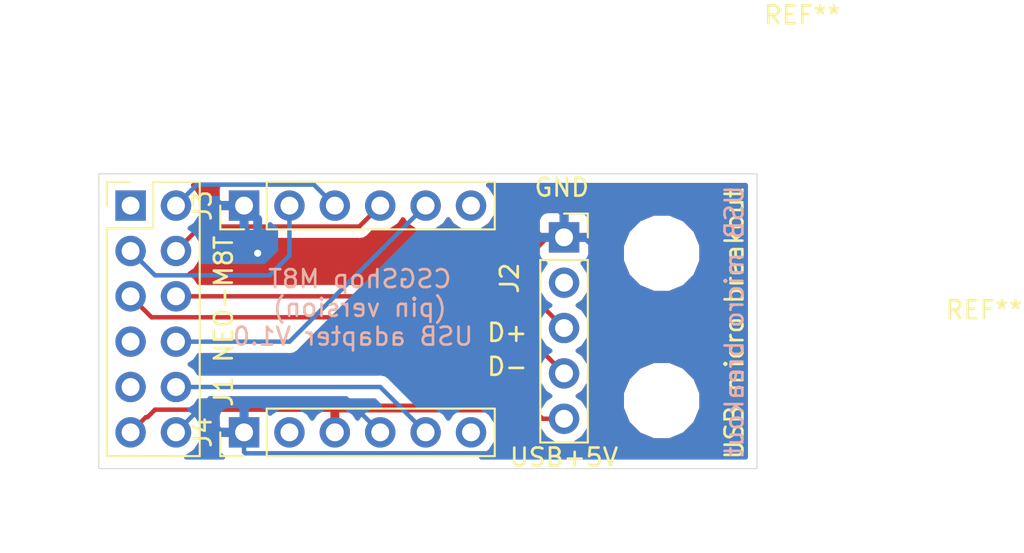
<source format=kicad_pcb>
(kicad_pcb (version 20171130) (host pcbnew 6.0.0-rc1-unknown-4d73cfb~66~ubuntu18.04.1)

  (general
    (thickness 1.6)
    (drawings 12)
    (tracks 46)
    (zones 0)
    (modules 6)
    (nets 17)
  )

  (page A4)
  (layers
    (0 F.Cu signal)
    (31 B.Cu signal)
    (32 B.Adhes user)
    (33 F.Adhes user)
    (34 B.Paste user)
    (35 F.Paste user)
    (36 B.SilkS user)
    (37 F.SilkS user)
    (38 B.Mask user)
    (39 F.Mask user)
    (40 Dwgs.User user)
    (41 Cmts.User user)
    (42 Eco1.User user)
    (43 Eco2.User user)
    (44 Edge.Cuts user)
    (45 Margin user)
    (46 B.CrtYd user)
    (47 F.CrtYd user)
    (48 B.Fab user)
    (49 F.Fab user)
  )

  (setup
    (last_trace_width 0.25)
    (trace_clearance 0.2)
    (zone_clearance 0.508)
    (zone_45_only no)
    (trace_min 0.2)
    (via_size 0.8)
    (via_drill 0.4)
    (via_min_size 0.4)
    (via_min_drill 0.3)
    (uvia_size 0.3)
    (uvia_drill 0.1)
    (uvias_allowed no)
    (uvia_min_size 0.2)
    (uvia_min_drill 0.1)
    (edge_width 0.05)
    (segment_width 0.2)
    (pcb_text_width 0.3)
    (pcb_text_size 1.5 1.5)
    (mod_edge_width 0.12)
    (mod_text_size 1 1)
    (mod_text_width 0.15)
    (pad_size 1.524 1.524)
    (pad_drill 0.762)
    (pad_to_mask_clearance 0.051)
    (solder_mask_min_width 0.25)
    (aux_axis_origin 0 0)
    (visible_elements FFFFFF7F)
    (pcbplotparams
      (layerselection 0x010fc_ffffffff)
      (usegerberextensions false)
      (usegerberattributes false)
      (usegerberadvancedattributes false)
      (creategerberjobfile false)
      (excludeedgelayer true)
      (linewidth 0.100000)
      (plotframeref false)
      (viasonmask false)
      (mode 1)
      (useauxorigin false)
      (hpglpennumber 1)
      (hpglpenspeed 20)
      (hpglpendiameter 15.000000)
      (psnegative false)
      (psa4output false)
      (plotreference true)
      (plotvalue true)
      (plotinvisibletext false)
      (padsonsilk false)
      (subtractmaskfromsilk false)
      (outputformat 1)
      (mirror false)
      (drillshape 1)
      (scaleselection 1)
      (outputdirectory ""))
  )

  (net 0 "")
  (net 1 GND)
  (net 2 USB_DN)
  (net 3 USB_DP)
  (net 4 USB+5V)
  (net 5 "Net-(J2-Pad2)")
  (net 6 PPS2)
  (net 7 PPS1)
  (net 8 EXTINT0)
  (net 9 SPI_CS)
  (net 10 EXTINT1)
  (net 11 CLK)
  (net 12 TX)
  (net 13 RX)
  (net 14 "Net-(J3-Pad6)")
  (net 15 "Net-(J4-Pad2)")
  (net 16 "Net-(J4-Pad6)")

  (net_class Default "This is the default net class."
    (clearance 0.2)
    (trace_width 0.25)
    (via_dia 0.8)
    (via_drill 0.4)
    (uvia_dia 0.3)
    (uvia_drill 0.1)
    (add_net CLK)
    (add_net EXTINT0)
    (add_net EXTINT1)
    (add_net GND)
    (add_net "Net-(J2-Pad2)")
    (add_net "Net-(J3-Pad6)")
    (add_net "Net-(J4-Pad2)")
    (add_net "Net-(J4-Pad6)")
    (add_net PPS1)
    (add_net PPS2)
    (add_net RX)
    (add_net SPI_CS)
    (add_net TX)
    (add_net USB+5V)
    (add_net USB_DN)
    (add_net USB_DP)
  )

  (module Connector_PinSocket_2.54mm:PinSocket_1x05_P2.54mm_Vertical (layer F.Cu) (tedit 5A19A420) (tstamp 5C0E1AEB)
    (at 149.225 49.276)
    (descr "Through hole straight socket strip, 1x05, 2.54mm pitch, single row (from Kicad 4.0.7), script generated")
    (tags "Through hole socket strip THT 1x05 2.54mm single row")
    (path /5C0DC527)
    (fp_text reference J2 (at -3.048 2.286 90) (layer F.SilkS)
      (effects (font (size 1 1) (thickness 0.15)))
    )
    (fp_text value Conn_01x05 (at 0 12.93) (layer F.Fab)
      (effects (font (size 1 1) (thickness 0.15)))
    )
    (fp_line (start -1.27 -1.27) (end 0.635 -1.27) (layer F.Fab) (width 0.1))
    (fp_line (start 0.635 -1.27) (end 1.27 -0.635) (layer F.Fab) (width 0.1))
    (fp_line (start 1.27 -0.635) (end 1.27 11.43) (layer F.Fab) (width 0.1))
    (fp_line (start 1.27 11.43) (end -1.27 11.43) (layer F.Fab) (width 0.1))
    (fp_line (start -1.27 11.43) (end -1.27 -1.27) (layer F.Fab) (width 0.1))
    (fp_line (start -1.33 1.27) (end 1.33 1.27) (layer F.SilkS) (width 0.12))
    (fp_line (start -1.33 1.27) (end -1.33 11.49) (layer F.SilkS) (width 0.12))
    (fp_line (start -1.33 11.49) (end 1.33 11.49) (layer F.SilkS) (width 0.12))
    (fp_line (start 1.33 1.27) (end 1.33 11.49) (layer F.SilkS) (width 0.12))
    (fp_line (start 1.33 -1.33) (end 1.33 0) (layer F.SilkS) (width 0.12))
    (fp_line (start 0 -1.33) (end 1.33 -1.33) (layer F.SilkS) (width 0.12))
    (fp_line (start -1.8 -1.8) (end 1.75 -1.8) (layer F.CrtYd) (width 0.05))
    (fp_line (start 1.75 -1.8) (end 1.75 11.9) (layer F.CrtYd) (width 0.05))
    (fp_line (start 1.75 11.9) (end -1.8 11.9) (layer F.CrtYd) (width 0.05))
    (fp_line (start -1.8 11.9) (end -1.8 -1.8) (layer F.CrtYd) (width 0.05))
    (fp_text user %R (at -2.794 2.286 90) (layer F.Fab)
      (effects (font (size 1 1) (thickness 0.15)))
    )
    (pad 1 thru_hole rect (at 0 0) (size 1.7 1.7) (drill 1) (layers *.Cu *.Mask)
      (net 1 GND))
    (pad 2 thru_hole oval (at 0 2.54) (size 1.7 1.7) (drill 1) (layers *.Cu *.Mask)
      (net 5 "Net-(J2-Pad2)"))
    (pad 3 thru_hole oval (at 0 5.08) (size 1.7 1.7) (drill 1) (layers *.Cu *.Mask)
      (net 3 USB_DP))
    (pad 4 thru_hole oval (at 0 7.62) (size 1.7 1.7) (drill 1) (layers *.Cu *.Mask)
      (net 2 USB_DN))
    (pad 5 thru_hole oval (at 0 10.16) (size 1.7 1.7) (drill 1) (layers *.Cu *.Mask)
      (net 4 USB+5V))
    (model ${KISYS3DMOD}/Connector_PinSocket_2.54mm.3dshapes/PinSocket_1x05_P2.54mm_Vertical.wrl
      (at (xyz 0 0 0))
      (scale (xyz 1 1 1))
      (rotate (xyz 0 0 0))
    )
  )

  (module Connector_PinHeader_2.54mm:PinHeader_2x06_P2.54mm_Vertical (layer F.Cu) (tedit 59FED5CC) (tstamp 5C0E19E2)
    (at 124.968 47.498)
    (descr "Through hole straight pin header, 2x06, 2.54mm pitch, double rows")
    (tags "Through hole pin header THT 2x06 2.54mm double row")
    (path /5C0DAF05)
    (fp_text reference "J1 NEO-M8T" (at 5.207 6.477 90) (layer F.SilkS)
      (effects (font (size 1 1) (thickness 0.15)))
    )
    (fp_text value Conn_02x06_Odd_Even (at 1.27 15.03) (layer F.Fab)
      (effects (font (size 1 1) (thickness 0.15)))
    )
    (fp_line (start 0 -1.27) (end 3.81 -1.27) (layer F.Fab) (width 0.1))
    (fp_line (start 3.81 -1.27) (end 3.81 13.97) (layer F.Fab) (width 0.1))
    (fp_line (start 3.81 13.97) (end -1.27 13.97) (layer F.Fab) (width 0.1))
    (fp_line (start -1.27 13.97) (end -1.27 0) (layer F.Fab) (width 0.1))
    (fp_line (start -1.27 0) (end 0 -1.27) (layer F.Fab) (width 0.1))
    (fp_line (start -1.33 14.03) (end 3.87 14.03) (layer F.SilkS) (width 0.12))
    (fp_line (start -1.33 1.27) (end -1.33 14.03) (layer F.SilkS) (width 0.12))
    (fp_line (start 3.87 -1.33) (end 3.87 14.03) (layer F.SilkS) (width 0.12))
    (fp_line (start -1.33 1.27) (end 1.27 1.27) (layer F.SilkS) (width 0.12))
    (fp_line (start 1.27 1.27) (end 1.27 -1.33) (layer F.SilkS) (width 0.12))
    (fp_line (start 1.27 -1.33) (end 3.87 -1.33) (layer F.SilkS) (width 0.12))
    (fp_line (start -1.33 0) (end -1.33 -1.33) (layer F.SilkS) (width 0.12))
    (fp_line (start -1.33 -1.33) (end 0 -1.33) (layer F.SilkS) (width 0.12))
    (fp_line (start -1.8 -1.8) (end -1.8 14.5) (layer F.CrtYd) (width 0.05))
    (fp_line (start -1.8 14.5) (end 4.35 14.5) (layer F.CrtYd) (width 0.05))
    (fp_line (start 4.35 14.5) (end 4.35 -1.8) (layer F.CrtYd) (width 0.05))
    (fp_line (start 4.35 -1.8) (end -1.8 -1.8) (layer F.CrtYd) (width 0.05))
    (fp_text user %R (at 1.27 6.35 90) (layer F.Fab)
      (effects (font (size 1 1) (thickness 0.15)))
    )
    (pad 1 thru_hole rect (at 0 0) (size 1.7 1.7) (drill 1) (layers *.Cu *.Mask)
      (net 1 GND))
    (pad 2 thru_hole oval (at 2.54 0) (size 1.7 1.7) (drill 1) (layers *.Cu *.Mask)
      (net 6 PPS2))
    (pad 3 thru_hole oval (at 0 2.54) (size 1.7 1.7) (drill 1) (layers *.Cu *.Mask)
      (net 7 PPS1))
    (pad 4 thru_hole oval (at 2.54 2.54) (size 1.7 1.7) (drill 1) (layers *.Cu *.Mask)
      (net 8 EXTINT0))
    (pad 5 thru_hole oval (at 0 5.08) (size 1.7 1.7) (drill 1) (layers *.Cu *.Mask)
      (net 2 USB_DN))
    (pad 6 thru_hole oval (at 2.54 5.08) (size 1.7 1.7) (drill 1) (layers *.Cu *.Mask)
      (net 3 USB_DP))
    (pad 7 thru_hole oval (at 0 7.62) (size 1.7 1.7) (drill 1) (layers *.Cu *.Mask)
      (net 9 SPI_CS))
    (pad 8 thru_hole oval (at 2.54 7.62) (size 1.7 1.7) (drill 1) (layers *.Cu *.Mask)
      (net 10 EXTINT1))
    (pad 9 thru_hole oval (at 0 10.16) (size 1.7 1.7) (drill 1) (layers *.Cu *.Mask)
      (net 11 CLK))
    (pad 10 thru_hole oval (at 2.54 10.16) (size 1.7 1.7) (drill 1) (layers *.Cu *.Mask)
      (net 12 TX))
    (pad 11 thru_hole oval (at 0 12.7) (size 1.7 1.7) (drill 1) (layers *.Cu *.Mask)
      (net 4 USB+5V))
    (pad 12 thru_hole oval (at 2.54 12.7) (size 1.7 1.7) (drill 1) (layers *.Cu *.Mask)
      (net 13 RX))
    (model ${KISYS3DMOD}/Connector_PinHeader_2.54mm.3dshapes/PinHeader_2x06_P2.54mm_Vertical.wrl
      (at (xyz 0 0 0))
      (scale (xyz 1 1 1))
      (rotate (xyz 0 0 0))
    )
  )

  (module Connector_PinHeader_2.54mm:PinHeader_1x06_P2.54mm_Vertical (layer F.Cu) (tedit 59FED5CC) (tstamp 5C0E1A3D)
    (at 131.318 47.498 90)
    (descr "Through hole straight pin header, 1x06, 2.54mm pitch, single row")
    (tags "Through hole pin header THT 1x06 2.54mm single row")
    (path /5C0DF89B)
    (fp_text reference J3 (at 0 -2.33 90) (layer F.SilkS)
      (effects (font (size 1 1) (thickness 0.15)))
    )
    (fp_text value Conn_01x06_Male (at 0 15.03 90) (layer F.Fab)
      (effects (font (size 1 1) (thickness 0.15)))
    )
    (fp_text user %R (at 0 6.35 270) (layer F.Fab)
      (effects (font (size 1 1) (thickness 0.15)))
    )
    (fp_line (start 1.8 -1.8) (end -1.8 -1.8) (layer F.CrtYd) (width 0.05))
    (fp_line (start 1.8 14.5) (end 1.8 -1.8) (layer F.CrtYd) (width 0.05))
    (fp_line (start -1.8 14.5) (end 1.8 14.5) (layer F.CrtYd) (width 0.05))
    (fp_line (start -1.8 -1.8) (end -1.8 14.5) (layer F.CrtYd) (width 0.05))
    (fp_line (start -1.33 -1.33) (end 0 -1.33) (layer F.SilkS) (width 0.12))
    (fp_line (start -1.33 0) (end -1.33 -1.33) (layer F.SilkS) (width 0.12))
    (fp_line (start -1.33 1.27) (end 1.33 1.27) (layer F.SilkS) (width 0.12))
    (fp_line (start 1.33 1.27) (end 1.33 14.03) (layer F.SilkS) (width 0.12))
    (fp_line (start -1.33 1.27) (end -1.33 14.03) (layer F.SilkS) (width 0.12))
    (fp_line (start -1.33 14.03) (end 1.33 14.03) (layer F.SilkS) (width 0.12))
    (fp_line (start -1.27 -0.635) (end -0.635 -1.27) (layer F.Fab) (width 0.1))
    (fp_line (start -1.27 13.97) (end -1.27 -0.635) (layer F.Fab) (width 0.1))
    (fp_line (start 1.27 13.97) (end -1.27 13.97) (layer F.Fab) (width 0.1))
    (fp_line (start 1.27 -1.27) (end 1.27 13.97) (layer F.Fab) (width 0.1))
    (fp_line (start -0.635 -1.27) (end 1.27 -1.27) (layer F.Fab) (width 0.1))
    (pad 6 thru_hole oval (at 0 12.7 90) (size 1.7 1.7) (drill 1) (layers *.Cu *.Mask)
      (net 14 "Net-(J3-Pad6)"))
    (pad 5 thru_hole oval (at 0 10.16 90) (size 1.7 1.7) (drill 1) (layers *.Cu *.Mask)
      (net 10 EXTINT1))
    (pad 4 thru_hole oval (at 0 7.62 90) (size 1.7 1.7) (drill 1) (layers *.Cu *.Mask)
      (net 8 EXTINT0))
    (pad 3 thru_hole oval (at 0 5.08 90) (size 1.7 1.7) (drill 1) (layers *.Cu *.Mask)
      (net 6 PPS2))
    (pad 2 thru_hole oval (at 0 2.54 90) (size 1.7 1.7) (drill 1) (layers *.Cu *.Mask)
      (net 7 PPS1))
    (pad 1 thru_hole rect (at 0 0 90) (size 1.7 1.7) (drill 1) (layers *.Cu *.Mask)
      (net 1 GND))
    (model ${KISYS3DMOD}/Connector_PinHeader_2.54mm.3dshapes/PinHeader_1x06_P2.54mm_Vertical.wrl
      (at (xyz 0 0 0))
      (scale (xyz 1 1 1))
      (rotate (xyz 0 0 0))
    )
  )

  (module Connector_PinHeader_2.54mm:PinHeader_1x06_P2.54mm_Vertical (layer F.Cu) (tedit 59FED5CC) (tstamp 5C0E1971)
    (at 131.318 60.198 90)
    (descr "Through hole straight pin header, 1x06, 2.54mm pitch, single row")
    (tags "Through hole pin header THT 1x06 2.54mm single row")
    (path /5C0DD858)
    (fp_text reference J4 (at 0 -2.33 90) (layer F.SilkS)
      (effects (font (size 1 1) (thickness 0.15)))
    )
    (fp_text value Conn_01x06_Male (at 0 15.03 90) (layer F.Fab)
      (effects (font (size 1 1) (thickness 0.15)))
    )
    (fp_line (start -0.635 -1.27) (end 1.27 -1.27) (layer F.Fab) (width 0.1))
    (fp_line (start 1.27 -1.27) (end 1.27 13.97) (layer F.Fab) (width 0.1))
    (fp_line (start 1.27 13.97) (end -1.27 13.97) (layer F.Fab) (width 0.1))
    (fp_line (start -1.27 13.97) (end -1.27 -0.635) (layer F.Fab) (width 0.1))
    (fp_line (start -1.27 -0.635) (end -0.635 -1.27) (layer F.Fab) (width 0.1))
    (fp_line (start -1.33 14.03) (end 1.33 14.03) (layer F.SilkS) (width 0.12))
    (fp_line (start -1.33 1.27) (end -1.33 14.03) (layer F.SilkS) (width 0.12))
    (fp_line (start 1.33 1.27) (end 1.33 14.03) (layer F.SilkS) (width 0.12))
    (fp_line (start -1.33 1.27) (end 1.33 1.27) (layer F.SilkS) (width 0.12))
    (fp_line (start -1.33 0) (end -1.33 -1.33) (layer F.SilkS) (width 0.12))
    (fp_line (start -1.33 -1.33) (end 0 -1.33) (layer F.SilkS) (width 0.12))
    (fp_line (start -1.8 -1.8) (end -1.8 14.5) (layer F.CrtYd) (width 0.05))
    (fp_line (start -1.8 14.5) (end 1.8 14.5) (layer F.CrtYd) (width 0.05))
    (fp_line (start 1.8 14.5) (end 1.8 -1.8) (layer F.CrtYd) (width 0.05))
    (fp_line (start 1.8 -1.8) (end -1.8 -1.8) (layer F.CrtYd) (width 0.05))
    (fp_text user %R (at 0 6.35 180) (layer F.Fab)
      (effects (font (size 1 1) (thickness 0.15)))
    )
    (pad 1 thru_hole rect (at 0 0 90) (size 1.7 1.7) (drill 1) (layers *.Cu *.Mask)
      (net 1 GND))
    (pad 2 thru_hole oval (at 0 2.54 90) (size 1.7 1.7) (drill 1) (layers *.Cu *.Mask)
      (net 15 "Net-(J4-Pad2)"))
    (pad 3 thru_hole oval (at 0 5.08 90) (size 1.7 1.7) (drill 1) (layers *.Cu *.Mask)
      (net 4 USB+5V))
    (pad 4 thru_hole oval (at 0 7.62 90) (size 1.7 1.7) (drill 1) (layers *.Cu *.Mask)
      (net 13 RX))
    (pad 5 thru_hole oval (at 0 10.16 90) (size 1.7 1.7) (drill 1) (layers *.Cu *.Mask)
      (net 12 TX))
    (pad 6 thru_hole oval (at 0 12.7 90) (size 1.7 1.7) (drill 1) (layers *.Cu *.Mask)
      (net 16 "Net-(J4-Pad6)"))
    (model ${KISYS3DMOD}/Connector_PinHeader_2.54mm.3dshapes/PinHeader_1x06_P2.54mm_Vertical.wrl
      (at (xyz 0 0 0))
      (scale (xyz 1 1 1))
      (rotate (xyz 0 0 0))
    )
  )

  (module MountingHole:MountingHole_3.2mm_M3 (layer F.Cu) (tedit 56D1B4CB) (tstamp 5C0E1941)
    (at 154.686 50.165)
    (descr "Mounting Hole 3.2mm, no annular, M3")
    (tags "mounting hole 3.2mm no annular m3")
    (attr virtual)
    (fp_text reference REF** (at 7.874 -13.335) (layer F.SilkS)
      (effects (font (size 1 1) (thickness 0.15)))
    )
    (fp_text value MountingHole_3.2mm_M3 (at 0 4.2) (layer F.Fab)
      (effects (font (size 1 1) (thickness 0.15)))
    )
    (fp_circle (center 0 0) (end 3.45 0) (layer F.CrtYd) (width 0.05))
    (fp_circle (center 0 0) (end 3.2 0) (layer Cmts.User) (width 0.15))
    (fp_text user %R (at 0.3 0) (layer F.Fab)
      (effects (font (size 1 1) (thickness 0.15)))
    )
    (pad 1 np_thru_hole circle (at 0 0) (size 3.2 3.2) (drill 3.2) (layers *.Cu *.Mask))
  )

  (module MountingHole:MountingHole_3.2mm_M3 (layer F.Cu) (tedit 56D1B4CB) (tstamp 5C0E1B4C)
    (at 154.686 58.42)
    (descr "Mounting Hole 3.2mm, no annular, M3")
    (tags "mounting hole 3.2mm no annular m3")
    (attr virtual)
    (fp_text reference REF** (at 18.034 -5.08) (layer F.SilkS)
      (effects (font (size 1 1) (thickness 0.15)))
    )
    (fp_text value MountingHole_3.2mm_M3 (at 0 4.2) (layer F.Fab)
      (effects (font (size 1 1) (thickness 0.15)))
    )
    (fp_circle (center 0 0) (end 3.45 0) (layer F.CrtYd) (width 0.05))
    (fp_circle (center 0 0) (end 3.2 0) (layer Cmts.User) (width 0.15))
    (fp_text user %R (at 0.3 0) (layer F.Fab)
      (effects (font (size 1 1) (thickness 0.15)))
    )
    (pad 1 np_thru_hole circle (at 0 0) (size 3.2 3.2) (drill 3.2) (layers *.Cu *.Mask))
  )

  (gr_text "USB micro breakout" (at 158.75 54.102 90) (layer F.SilkS)
    (effects (font (size 1 1) (thickness 0.15)))
  )
  (gr_text "USB micro breakout" (at 158.75 53.975 90) (layer B.SilkS)
    (effects (font (size 1 1) (thickness 0.15)) (justify mirror))
  )
  (gr_text "CSGShop M8T \n(pin version) \nUSB adapter V1.0" (at 137.414 53.213) (layer B.SilkS)
    (effects (font (size 1 1) (thickness 0.15)) (justify mirror))
  )
  (gr_text USB+5V (at 149.225 61.595) (layer F.SilkS)
    (effects (font (size 1 1) (thickness 0.15)))
  )
  (gr_text D- (at 146.05 56.515) (layer F.SilkS)
    (effects (font (size 1 1) (thickness 0.15)))
  )
  (gr_text D+ (at 146.05 54.61) (layer F.SilkS)
    (effects (font (size 1 1) (thickness 0.15)))
  )
  (gr_line (start 123.19 45.72) (end 123.19 62.23) (layer Edge.Cuts) (width 0.05) (tstamp 5C0E1956))
  (gr_line (start 160.02 62.23) (end 160.02 45.72) (layer Edge.Cuts) (width 0.05) (tstamp 5C0E1950))
  (gr_line (start 123.19 62.23) (end 160.02 62.23) (layer Edge.Cuts) (width 0.05) (tstamp 5C0E1953))
  (gr_line (start 123.19 45.72) (end 160.02 45.72) (layer Edge.Cuts) (width 0.05) (tstamp 5C0E19A4))
  (gr_text GND (at 149.098 46.482) (layer F.SilkS) (tstamp 5C0E1AB8)
    (effects (font (size 1 1) (thickness 0.15)))
  )
  (dimension 5.588 (width 0.15) (layer Dwgs.User) (tstamp 5C0E19BD)
    (gr_text "5.588 mm" (at 151.892 48.29) (layer Dwgs.User) (tstamp 5C0E19BE)
      (effects (font (size 1 1) (thickness 0.15)))
    )
    (feature1 (pts (xy 154.686 46.99) (xy 154.686 47.576421)))
    (feature2 (pts (xy 149.098 46.99) (xy 149.098 47.576421)))
    (crossbar (pts (xy 149.098 46.99) (xy 154.686 46.99)))
    (arrow1a (pts (xy 154.686 46.99) (xy 153.559496 47.576421)))
    (arrow1b (pts (xy 154.686 46.99) (xy 153.559496 46.403579)))
    (arrow2a (pts (xy 149.098 46.99) (xy 150.224504 47.576421)))
    (arrow2b (pts (xy 149.098 46.99) (xy 150.224504 46.403579)))
  )

  (segment (start 131.393001 61.373001) (end 151.351999 61.373001) (width 0.25) (layer B.Cu) (net 1))
  (segment (start 131.318 60.198) (end 131.318 61.298) (width 0.25) (layer B.Cu) (net 1))
  (segment (start 131.318 61.298) (end 131.393001 61.373001) (width 0.25) (layer B.Cu) (net 1))
  (segment (start 150.325 49.276) (end 149.225 49.276) (width 0.25) (layer B.Cu) (net 1))
  (segment (start 151.351999 50.302999) (end 150.325 49.276) (width 0.25) (layer B.Cu) (net 1))
  (segment (start 151.351999 61.373001) (end 151.351999 50.302999) (width 0.25) (layer B.Cu) (net 1))
  (segment (start 148.125 49.276) (end 147.236 50.165) (width 0.5) (layer F.Cu) (net 1))
  (segment (start 149.225 49.276) (end 148.125 49.276) (width 0.25) (layer F.Cu) (net 1))
  (segment (start 147.236 50.165) (end 132.08 50.165) (width 0.5) (layer F.Cu) (net 1))
  (via (at 132.08 50.165) (size 0.8) (drill 0.4) (layers F.Cu B.Cu) (net 1))
  (segment (start 132.08 48.26) (end 131.318 47.498) (width 0.25) (layer B.Cu) (net 1))
  (segment (start 132.08 50.165) (end 132.08 48.26) (width 0.5) (layer B.Cu) (net 1))
  (segment (start 148.375001 56.046001) (end 149.225 56.896) (width 0.25) (layer F.Cu) (net 2))
  (segment (start 146.082001 53.753001) (end 148.375001 56.046001) (width 0.25) (layer F.Cu) (net 2))
  (segment (start 126.143001 53.753001) (end 146.082001 53.753001) (width 0.25) (layer F.Cu) (net 2))
  (segment (start 124.968 52.578) (end 126.143001 53.753001) (width 0.25) (layer F.Cu) (net 2))
  (segment (start 147.447 52.578) (end 149.225 54.356) (width 0.25) (layer F.Cu) (net 3))
  (segment (start 127.508 52.578) (end 147.447 52.578) (width 0.25) (layer F.Cu) (net 3))
  (segment (start 148.022919 59.436) (end 149.225 59.436) (width 0.25) (layer F.Cu) (net 4))
  (segment (start 147.41992 58.833001) (end 148.022919 59.436) (width 0.25) (layer F.Cu) (net 4))
  (segment (start 136.398 58.960001) (end 136.525 58.833001) (width 0.25) (layer F.Cu) (net 4))
  (segment (start 136.398 60.198) (end 136.398 58.960001) (width 0.5) (layer F.Cu) (net 4))
  (segment (start 126.332999 58.928) (end 136.525 58.928) (width 0.25) (layer F.Cu) (net 4) (tstamp 5C0E1F3E))
  (segment (start 136.525 58.833001) (end 147.41992 58.833001) (width 0.5) (layer F.Cu) (net 4))
  (segment (start 125.912998 59.348001) (end 126.332999 58.928) (width 0.25) (layer F.Cu) (net 4))
  (segment (start 125.817999 59.348001) (end 125.912998 59.348001) (width 0.25) (layer F.Cu) (net 4))
  (segment (start 124.968 60.198) (end 125.817999 59.348001) (width 0.25) (layer F.Cu) (net 4))
  (segment (start 135.548001 46.648001) (end 136.398 47.498) (width 0.25) (layer B.Cu) (net 6))
  (segment (start 135.222999 46.322999) (end 135.548001 46.648001) (width 0.25) (layer B.Cu) (net 6))
  (segment (start 128.683001 46.322999) (end 135.222999 46.322999) (width 0.25) (layer B.Cu) (net 6))
  (segment (start 127.508 47.498) (end 128.683001 46.322999) (width 0.25) (layer B.Cu) (net 6))
  (segment (start 126.332999 51.402999) (end 132.747001 51.402999) (width 0.25) (layer B.Cu) (net 7))
  (segment (start 124.968 50.038) (end 126.332999 51.402999) (width 0.25) (layer B.Cu) (net 7))
  (segment (start 133.858 50.292) (end 133.858 47.498) (width 0.25) (layer B.Cu) (net 7))
  (segment (start 132.747001 51.402999) (end 133.858 50.292) (width 0.25) (layer B.Cu) (net 7))
  (segment (start 138.088001 48.347999) (end 138.938 47.498) (width 0.25) (layer F.Cu) (net 8))
  (segment (start 137.762999 48.673001) (end 138.088001 48.347999) (width 0.25) (layer F.Cu) (net 8))
  (segment (start 128.872999 48.673001) (end 137.762999 48.673001) (width 0.25) (layer F.Cu) (net 8))
  (segment (start 127.508 50.038) (end 128.872999 48.673001) (width 0.25) (layer F.Cu) (net 8))
  (segment (start 133.858 55.118) (end 141.478 47.498) (width 0.25) (layer B.Cu) (net 10))
  (segment (start 127.508 55.118) (end 133.858 55.118) (width 0.25) (layer B.Cu) (net 10))
  (segment (start 138.938 57.658) (end 141.478 60.198) (width 0.25) (layer B.Cu) (net 12))
  (segment (start 127.508 57.658) (end 138.938 57.658) (width 0.25) (layer B.Cu) (net 12))
  (segment (start 127.508 60.198) (end 129.413 58.293) (width 0.25) (layer B.Cu) (net 13))
  (segment (start 137.033 58.293) (end 138.938 60.198) (width 0.25) (layer B.Cu) (net 13))
  (segment (start 129.413 58.293) (end 137.033 58.293) (width 0.25) (layer B.Cu) (net 13))

  (zone (net 1) (net_name GND) (layer B.Cu) (tstamp 0) (hatch edge 0.508)
    (connect_pads (clearance 0.508))
    (min_thickness 0.254)
    (fill yes (arc_segments 16) (thermal_gap 0.508) (thermal_bridge_width 0.508))
    (polygon
      (pts
        (xy 123.19 45.72) (xy 160.02 45.72) (xy 160.02 62.23) (xy 123.19 62.23)
      )
    )
    (filled_polygon
      (pts
        (xy 159.385 61.595) (xy 144.60017 61.595) (xy 145.088625 61.268625) (xy 145.416839 60.777418) (xy 145.532092 60.198)
        (xy 145.416839 59.618582) (xy 145.088625 59.127375) (xy 144.597418 58.799161) (xy 144.164256 58.713) (xy 143.871744 58.713)
        (xy 143.438582 58.799161) (xy 142.947375 59.127375) (xy 142.748 59.425761) (xy 142.548625 59.127375) (xy 142.057418 58.799161)
        (xy 141.624256 58.713) (xy 141.331744 58.713) (xy 141.111593 58.756791) (xy 139.528331 57.17353) (xy 139.485929 57.110071)
        (xy 139.234537 56.942096) (xy 139.012852 56.898) (xy 139.012847 56.898) (xy 138.938 56.883112) (xy 138.863153 56.898)
        (xy 128.786178 56.898) (xy 128.578625 56.587375) (xy 128.280239 56.388) (xy 128.578625 56.188625) (xy 128.786178 55.878)
        (xy 133.783153 55.878) (xy 133.858 55.892888) (xy 133.932847 55.878) (xy 133.932852 55.878) (xy 134.154537 55.833904)
        (xy 134.405929 55.665929) (xy 134.448331 55.60247) (xy 138.234801 51.816) (xy 147.710908 51.816) (xy 147.826161 52.395418)
        (xy 148.154375 52.886625) (xy 148.452761 53.086) (xy 148.154375 53.285375) (xy 147.826161 53.776582) (xy 147.710908 54.356)
        (xy 147.826161 54.935418) (xy 148.154375 55.426625) (xy 148.452761 55.626) (xy 148.154375 55.825375) (xy 147.826161 56.316582)
        (xy 147.710908 56.896) (xy 147.826161 57.475418) (xy 148.154375 57.966625) (xy 148.452761 58.166) (xy 148.154375 58.365375)
        (xy 147.826161 58.856582) (xy 147.710908 59.436) (xy 147.826161 60.015418) (xy 148.154375 60.506625) (xy 148.645582 60.834839)
        (xy 149.078744 60.921) (xy 149.371256 60.921) (xy 149.804418 60.834839) (xy 150.295625 60.506625) (xy 150.623839 60.015418)
        (xy 150.739092 59.436) (xy 150.623839 58.856582) (xy 150.295625 58.365375) (xy 149.997239 58.166) (xy 150.282445 57.975431)
        (xy 152.451 57.975431) (xy 152.451 58.864569) (xy 152.791259 59.686026) (xy 153.419974 60.314741) (xy 154.241431 60.655)
        (xy 155.130569 60.655) (xy 155.952026 60.314741) (xy 156.580741 59.686026) (xy 156.921 58.864569) (xy 156.921 57.975431)
        (xy 156.580741 57.153974) (xy 155.952026 56.525259) (xy 155.130569 56.185) (xy 154.241431 56.185) (xy 153.419974 56.525259)
        (xy 152.791259 57.153974) (xy 152.451 57.975431) (xy 150.282445 57.975431) (xy 150.295625 57.966625) (xy 150.623839 57.475418)
        (xy 150.739092 56.896) (xy 150.623839 56.316582) (xy 150.295625 55.825375) (xy 149.997239 55.626) (xy 150.295625 55.426625)
        (xy 150.623839 54.935418) (xy 150.739092 54.356) (xy 150.623839 53.776582) (xy 150.295625 53.285375) (xy 149.997239 53.086)
        (xy 150.295625 52.886625) (xy 150.623839 52.395418) (xy 150.739092 51.816) (xy 150.623839 51.236582) (xy 150.295625 50.745375)
        (xy 150.273967 50.730904) (xy 150.434698 50.664327) (xy 150.613327 50.485699) (xy 150.71 50.25231) (xy 150.71 49.720431)
        (xy 152.451 49.720431) (xy 152.451 50.609569) (xy 152.791259 51.431026) (xy 153.419974 52.059741) (xy 154.241431 52.4)
        (xy 155.130569 52.4) (xy 155.952026 52.059741) (xy 156.580741 51.431026) (xy 156.921 50.609569) (xy 156.921 49.720431)
        (xy 156.580741 48.898974) (xy 155.952026 48.270259) (xy 155.130569 47.93) (xy 154.241431 47.93) (xy 153.419974 48.270259)
        (xy 152.791259 48.898974) (xy 152.451 49.720431) (xy 150.71 49.720431) (xy 150.71 49.56175) (xy 150.55125 49.403)
        (xy 149.352 49.403) (xy 149.352 49.423) (xy 149.098 49.423) (xy 149.098 49.403) (xy 147.89875 49.403)
        (xy 147.74 49.56175) (xy 147.74 50.25231) (xy 147.836673 50.485699) (xy 148.015302 50.664327) (xy 148.176033 50.730904)
        (xy 148.154375 50.745375) (xy 147.826161 51.236582) (xy 147.710908 51.816) (xy 138.234801 51.816) (xy 141.111593 48.939209)
        (xy 141.331744 48.983) (xy 141.624256 48.983) (xy 142.057418 48.896839) (xy 142.548625 48.568625) (xy 142.748 48.270239)
        (xy 142.947375 48.568625) (xy 143.438582 48.896839) (xy 143.871744 48.983) (xy 144.164256 48.983) (xy 144.597418 48.896839)
        (xy 145.088625 48.568625) (xy 145.268321 48.29969) (xy 147.74 48.29969) (xy 147.74 48.99025) (xy 147.89875 49.149)
        (xy 149.098 49.149) (xy 149.098 47.94975) (xy 149.352 47.94975) (xy 149.352 49.149) (xy 150.55125 49.149)
        (xy 150.71 48.99025) (xy 150.71 48.29969) (xy 150.613327 48.066301) (xy 150.434698 47.887673) (xy 150.201309 47.791)
        (xy 149.51075 47.791) (xy 149.352 47.94975) (xy 149.098 47.94975) (xy 148.93925 47.791) (xy 148.248691 47.791)
        (xy 148.015302 47.887673) (xy 147.836673 48.066301) (xy 147.74 48.29969) (xy 145.268321 48.29969) (xy 145.416839 48.077418)
        (xy 145.532092 47.498) (xy 145.416839 46.918582) (xy 145.088625 46.427375) (xy 144.980308 46.355) (xy 159.385001 46.355)
      )
    )
    (filled_polygon
      (pts
        (xy 138.918199 58.713) (xy 138.791744 58.713) (xy 138.358582 58.799161) (xy 137.867375 59.127375) (xy 137.668 59.425761)
        (xy 137.468625 59.127375) (xy 136.977418 58.799161) (xy 136.544256 58.713) (xy 136.251744 58.713) (xy 135.818582 58.799161)
        (xy 135.327375 59.127375) (xy 135.128 59.425761) (xy 134.928625 59.127375) (xy 134.437418 58.799161) (xy 134.004256 58.713)
        (xy 133.711744 58.713) (xy 133.278582 58.799161) (xy 132.787375 59.127375) (xy 132.772904 59.149033) (xy 132.706327 58.988302)
        (xy 132.527699 58.809673) (xy 132.29431 58.713) (xy 131.60375 58.713) (xy 131.445 58.87175) (xy 131.445 60.071)
        (xy 131.465 60.071) (xy 131.465 60.325) (xy 131.445 60.325) (xy 131.445 60.345) (xy 131.191 60.345)
        (xy 131.191 60.325) (xy 129.99175 60.325) (xy 129.833 60.48375) (xy 129.833 61.174309) (xy 129.929673 61.407698)
        (xy 130.108301 61.586327) (xy 130.129239 61.595) (xy 128.09017 61.595) (xy 128.578625 61.268625) (xy 128.906839 60.777418)
        (xy 129.022092 60.198) (xy 128.906839 59.618582) (xy 128.641645 59.221691) (xy 129.833 59.221691) (xy 129.833 59.91225)
        (xy 129.99175 60.071) (xy 131.191 60.071) (xy 131.191 58.87175) (xy 131.03225 58.713) (xy 130.34169 58.713)
        (xy 130.108301 58.809673) (xy 129.929673 58.988302) (xy 129.833 59.221691) (xy 128.641645 59.221691) (xy 128.578625 59.127375)
        (xy 128.280239 58.928) (xy 128.578625 58.728625) (xy 128.786178 58.418) (xy 138.623199 58.418)
      )
    )
    (filled_polygon
      (pts
        (xy 129.833 47.21225) (xy 129.99175 47.371) (xy 131.191 47.371) (xy 131.191 47.351) (xy 131.445 47.351)
        (xy 131.445 47.371) (xy 131.465 47.371) (xy 131.465 47.625) (xy 131.445 47.625) (xy 131.445 48.82425)
        (xy 131.60375 48.983) (xy 132.29431 48.983) (xy 132.527699 48.886327) (xy 132.706327 48.707698) (xy 132.772904 48.546967)
        (xy 132.787375 48.568625) (xy 133.098001 48.776178) (xy 133.098 49.977198) (xy 132.4322 50.642999) (xy 128.889746 50.642999)
        (xy 128.906839 50.617418) (xy 129.022092 50.038) (xy 128.906839 49.458582) (xy 128.578625 48.967375) (xy 128.280239 48.768)
        (xy 128.578625 48.568625) (xy 128.906839 48.077418) (xy 128.965252 47.78375) (xy 129.833 47.78375) (xy 129.833 48.474309)
        (xy 129.929673 48.707698) (xy 130.108301 48.886327) (xy 130.34169 48.983) (xy 131.03225 48.983) (xy 131.191 48.82425)
        (xy 131.191 47.625) (xy 129.99175 47.625) (xy 129.833 47.78375) (xy 128.965252 47.78375) (xy 129.022092 47.498)
        (xy 128.949209 47.131593) (xy 128.997804 47.082999) (xy 129.833 47.082999)
      )
    )
    (filled_polygon
      (pts
        (xy 125.095 47.371) (xy 125.115 47.371) (xy 125.115 47.625) (xy 125.095 47.625) (xy 125.095 47.645)
        (xy 124.841 47.645) (xy 124.841 47.625) (xy 124.821 47.625) (xy 124.821 47.371) (xy 124.841 47.371)
        (xy 124.841 47.351) (xy 125.095 47.351)
      )
    )
  )
  (zone (net 1) (net_name GND) (layer F.Cu) (tstamp 0) (hatch edge 0.508)
    (connect_pads (clearance 0.508))
    (min_thickness 0.254)
    (fill yes (arc_segments 16) (thermal_gap 0.508) (thermal_bridge_width 0.508))
    (polygon
      (pts
        (xy 123.19 45.72) (xy 160.02 45.72) (xy 160.02 62.23) (xy 123.19 62.23)
      )
    )
    (filled_polygon
      (pts
        (xy 159.385 61.595) (xy 144.60017 61.595) (xy 145.088625 61.268625) (xy 145.416839 60.777418) (xy 145.532092 60.198)
        (xy 145.416839 59.618582) (xy 145.399746 59.593001) (xy 147.105118 59.593001) (xy 147.432591 59.920475) (xy 147.47499 59.983929)
        (xy 147.538443 60.026327) (xy 147.538445 60.026329) (xy 147.663821 60.110102) (xy 147.726382 60.151904) (xy 147.946631 60.195714)
        (xy 148.154375 60.506625) (xy 148.645582 60.834839) (xy 149.078744 60.921) (xy 149.371256 60.921) (xy 149.804418 60.834839)
        (xy 150.295625 60.506625) (xy 150.623839 60.015418) (xy 150.739092 59.436) (xy 150.623839 58.856582) (xy 150.295625 58.365375)
        (xy 149.997239 58.166) (xy 150.282445 57.975431) (xy 152.451 57.975431) (xy 152.451 58.864569) (xy 152.791259 59.686026)
        (xy 153.419974 60.314741) (xy 154.241431 60.655) (xy 155.130569 60.655) (xy 155.952026 60.314741) (xy 156.580741 59.686026)
        (xy 156.921 58.864569) (xy 156.921 57.975431) (xy 156.580741 57.153974) (xy 155.952026 56.525259) (xy 155.130569 56.185)
        (xy 154.241431 56.185) (xy 153.419974 56.525259) (xy 152.791259 57.153974) (xy 152.451 57.975431) (xy 150.282445 57.975431)
        (xy 150.295625 57.966625) (xy 150.623839 57.475418) (xy 150.739092 56.896) (xy 150.623839 56.316582) (xy 150.295625 55.825375)
        (xy 149.997239 55.626) (xy 150.295625 55.426625) (xy 150.623839 54.935418) (xy 150.739092 54.356) (xy 150.623839 53.776582)
        (xy 150.295625 53.285375) (xy 149.997239 53.086) (xy 150.295625 52.886625) (xy 150.623839 52.395418) (xy 150.739092 51.816)
        (xy 150.623839 51.236582) (xy 150.295625 50.745375) (xy 150.273967 50.730904) (xy 150.434698 50.664327) (xy 150.613327 50.485699)
        (xy 150.71 50.25231) (xy 150.71 49.720431) (xy 152.451 49.720431) (xy 152.451 50.609569) (xy 152.791259 51.431026)
        (xy 153.419974 52.059741) (xy 154.241431 52.4) (xy 155.130569 52.4) (xy 155.952026 52.059741) (xy 156.580741 51.431026)
        (xy 156.921 50.609569) (xy 156.921 49.720431) (xy 156.580741 48.898974) (xy 155.952026 48.270259) (xy 155.130569 47.93)
        (xy 154.241431 47.93) (xy 153.419974 48.270259) (xy 152.791259 48.898974) (xy 152.451 49.720431) (xy 150.71 49.720431)
        (xy 150.71 49.56175) (xy 150.55125 49.403) (xy 149.352 49.403) (xy 149.352 49.423) (xy 149.098 49.423)
        (xy 149.098 49.403) (xy 147.89875 49.403) (xy 147.74 49.56175) (xy 147.74 50.25231) (xy 147.836673 50.485699)
        (xy 148.015302 50.664327) (xy 148.176033 50.730904) (xy 148.154375 50.745375) (xy 147.826161 51.236582) (xy 147.710908 51.816)
        (xy 147.719111 51.857237) (xy 147.521852 51.818) (xy 147.521847 51.818) (xy 147.447 51.803112) (xy 147.372153 51.818)
        (xy 128.786178 51.818) (xy 128.578625 51.507375) (xy 128.280239 51.308) (xy 128.578625 51.108625) (xy 128.906839 50.617418)
        (xy 129.022092 50.038) (xy 128.949209 49.671592) (xy 129.187801 49.433001) (xy 137.688152 49.433001) (xy 137.762999 49.447889)
        (xy 137.837846 49.433001) (xy 137.837851 49.433001) (xy 138.059536 49.388905) (xy 138.310928 49.22093) (xy 138.35333 49.157471)
        (xy 138.571592 48.939209) (xy 138.791744 48.983) (xy 139.084256 48.983) (xy 139.517418 48.896839) (xy 140.008625 48.568625)
        (xy 140.208 48.270239) (xy 140.407375 48.568625) (xy 140.898582 48.896839) (xy 141.331744 48.983) (xy 141.624256 48.983)
        (xy 142.057418 48.896839) (xy 142.548625 48.568625) (xy 142.748 48.270239) (xy 142.947375 48.568625) (xy 143.438582 48.896839)
        (xy 143.871744 48.983) (xy 144.164256 48.983) (xy 144.597418 48.896839) (xy 145.088625 48.568625) (xy 145.268321 48.29969)
        (xy 147.74 48.29969) (xy 147.74 48.99025) (xy 147.89875 49.149) (xy 149.098 49.149) (xy 149.098 47.94975)
        (xy 149.352 47.94975) (xy 149.352 49.149) (xy 150.55125 49.149) (xy 150.71 48.99025) (xy 150.71 48.29969)
        (xy 150.613327 48.066301) (xy 150.434698 47.887673) (xy 150.201309 47.791) (xy 149.51075 47.791) (xy 149.352 47.94975)
        (xy 149.098 47.94975) (xy 148.93925 47.791) (xy 148.248691 47.791) (xy 148.015302 47.887673) (xy 147.836673 48.066301)
        (xy 147.74 48.29969) (xy 145.268321 48.29969) (xy 145.416839 48.077418) (xy 145.532092 47.498) (xy 145.416839 46.918582)
        (xy 145.088625 46.427375) (xy 144.980308 46.355) (xy 159.385001 46.355)
      )
    )
    (filled_polygon
      (pts
        (xy 129.833 59.91225) (xy 129.99175 60.071) (xy 131.191 60.071) (xy 131.191 60.051) (xy 131.445 60.051)
        (xy 131.445 60.071) (xy 131.465 60.071) (xy 131.465 60.325) (xy 131.445 60.325) (xy 131.445 60.345)
        (xy 131.191 60.345) (xy 131.191 60.325) (xy 129.99175 60.325) (xy 129.833 60.48375) (xy 129.833 61.174309)
        (xy 129.929673 61.407698) (xy 130.108301 61.586327) (xy 130.129239 61.595) (xy 128.09017 61.595) (xy 128.578625 61.268625)
        (xy 128.906839 60.777418) (xy 129.022092 60.198) (xy 128.906839 59.618582) (xy 128.889746 59.593001) (xy 129.833 59.593001)
      )
    )
    (filled_polygon
      (pts
        (xy 129.833 46.521691) (xy 129.833 47.21225) (xy 129.99175 47.371) (xy 131.191 47.371) (xy 131.191 47.351)
        (xy 131.445 47.351) (xy 131.445 47.371) (xy 131.465 47.371) (xy 131.465 47.625) (xy 131.445 47.625)
        (xy 131.445 47.645) (xy 131.191 47.645) (xy 131.191 47.625) (xy 129.99175 47.625) (xy 129.833 47.78375)
        (xy 129.833 47.913001) (xy 128.947845 47.913001) (xy 128.939859 47.911413) (xy 129.022092 47.498) (xy 128.906839 46.918582)
        (xy 128.578625 46.427375) (xy 128.470308 46.355) (xy 129.902046 46.355)
      )
    )
    (filled_polygon
      (pts
        (xy 125.095 47.371) (xy 125.115 47.371) (xy 125.115 47.625) (xy 125.095 47.625) (xy 125.095 47.645)
        (xy 124.841 47.645) (xy 124.841 47.625) (xy 124.821 47.625) (xy 124.821 47.371) (xy 124.841 47.371)
        (xy 124.841 47.351) (xy 125.095 47.351)
      )
    )
  )
)

</source>
